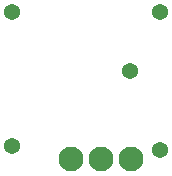
<source format=gbs>
G04*
G04 #@! TF.GenerationSoftware,Altium Limited,Altium Designer,24.1.2 (44)*
G04*
G04 Layer_Color=16711935*
%FSLAX44Y44*%
%MOMM*%
G71*
G04*
G04 #@! TF.SameCoordinates,93F94B55-884E-497B-ACAF-756C758614EF*
G04*
G04*
G04 #@! TF.FilePolarity,Negative*
G04*
G01*
G75*
%ADD18C,2.1000*%
%ADD19C,1.3700*%
D18*
X100000Y25000D02*
D03*
X74600D02*
D03*
X125400D02*
D03*
D19*
X25000Y36685D02*
D03*
X150000Y33012D02*
D03*
Y150000D02*
D03*
X25000D02*
D03*
X125000Y100000D02*
D03*
M02*

</source>
